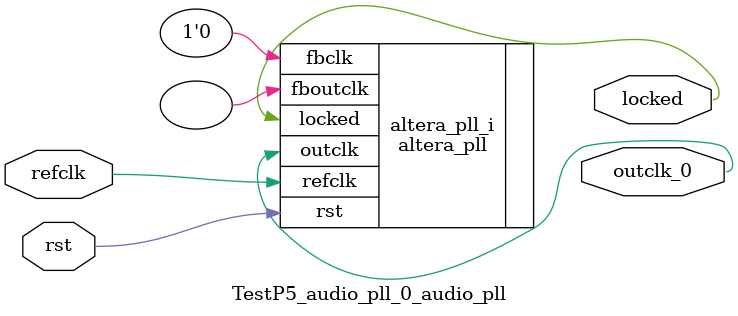
<source format=v>
`timescale 1ns/10ps
module  TestP5_audio_pll_0_audio_pll(

	// interface 'refclk'
	input wire refclk,

	// interface 'reset'
	input wire rst,

	// interface 'outclk0'
	output wire outclk_0,

	// interface 'locked'
	output wire locked
);

	altera_pll #(
		.fractional_vco_multiplier("false"),
		.reference_clock_frequency("50.0 MHz"),
		.operation_mode("direct"),
		.number_of_clocks(1),
		.output_clock_frequency0("12.288135 MHz"),
		.phase_shift0("0 ps"),
		.duty_cycle0(50),
		.output_clock_frequency1("0 MHz"),
		.phase_shift1("0 ps"),
		.duty_cycle1(50),
		.output_clock_frequency2("0 MHz"),
		.phase_shift2("0 ps"),
		.duty_cycle2(50),
		.output_clock_frequency3("0 MHz"),
		.phase_shift3("0 ps"),
		.duty_cycle3(50),
		.output_clock_frequency4("0 MHz"),
		.phase_shift4("0 ps"),
		.duty_cycle4(50),
		.output_clock_frequency5("0 MHz"),
		.phase_shift5("0 ps"),
		.duty_cycle5(50),
		.output_clock_frequency6("0 MHz"),
		.phase_shift6("0 ps"),
		.duty_cycle6(50),
		.output_clock_frequency7("0 MHz"),
		.phase_shift7("0 ps"),
		.duty_cycle7(50),
		.output_clock_frequency8("0 MHz"),
		.phase_shift8("0 ps"),
		.duty_cycle8(50),
		.output_clock_frequency9("0 MHz"),
		.phase_shift9("0 ps"),
		.duty_cycle9(50),
		.output_clock_frequency10("0 MHz"),
		.phase_shift10("0 ps"),
		.duty_cycle10(50),
		.output_clock_frequency11("0 MHz"),
		.phase_shift11("0 ps"),
		.duty_cycle11(50),
		.output_clock_frequency12("0 MHz"),
		.phase_shift12("0 ps"),
		.duty_cycle12(50),
		.output_clock_frequency13("0 MHz"),
		.phase_shift13("0 ps"),
		.duty_cycle13(50),
		.output_clock_frequency14("0 MHz"),
		.phase_shift14("0 ps"),
		.duty_cycle14(50),
		.output_clock_frequency15("0 MHz"),
		.phase_shift15("0 ps"),
		.duty_cycle15(50),
		.output_clock_frequency16("0 MHz"),
		.phase_shift16("0 ps"),
		.duty_cycle16(50),
		.output_clock_frequency17("0 MHz"),
		.phase_shift17("0 ps"),
		.duty_cycle17(50),
		.pll_type("General"),
		.pll_subtype("General")
	) altera_pll_i (
		.rst	(rst),
		.outclk	({outclk_0}),
		.locked	(locked),
		.fboutclk	( ),
		.fbclk	(1'b0),
		.refclk	(refclk)
	);
endmodule


</source>
